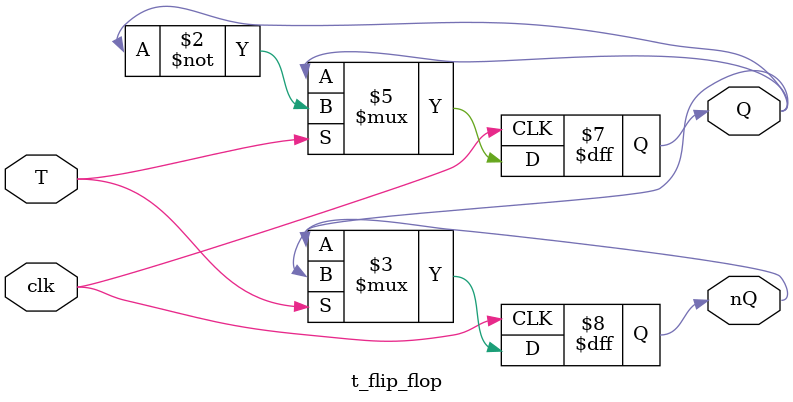
<source format=v>
module t_flip_flop (
   output reg Q, nQ, input T, clk
);
    always @(posedge clk) begin
        if(T) begin 
            Q<=~Q;
            nQ<=Q;
        end
    end
endmodule
</source>
